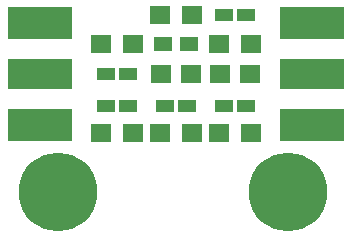
<source format=gts>
G04 #@! TF.FileFunction,Soldermask,Top*
%FSLAX46Y46*%
G04 Gerber Fmt 4.6, Leading zero omitted, Abs format (unit mm)*
G04 Created by KiCad (PCBNEW (after 2015-mar-04 BZR unknown)-product) date 4/20/2017 4:49:57 PM*
%MOMM*%
G01*
G04 APERTURE LIST*
%ADD10C,0.150000*%
%ADD11R,1.804800X1.554800*%
%ADD12R,1.804800X1.604800*%
%ADD13R,5.384800X2.590800*%
%ADD14R,5.384800X2.717800*%
%ADD15C,6.654800*%
%ADD16R,1.504800X1.054800*%
%ADD17R,1.504800X1.204800*%
G04 APERTURE END LIST*
D10*
D11*
X20250000Y-7500000D03*
X17750000Y-7500000D03*
D12*
X7650000Y-5000000D03*
X10350000Y-5000000D03*
X17650000Y-5000000D03*
X20350000Y-5000000D03*
X10350000Y-12500000D03*
X7650000Y-12500000D03*
X15350000Y-12500000D03*
X12650000Y-12500000D03*
X20350000Y-12500000D03*
X17650000Y-12500000D03*
X15350000Y-2500000D03*
X12650000Y-2500000D03*
D11*
X15250000Y-7500000D03*
X12750000Y-7500000D03*
D13*
X2500000Y-7500000D03*
D14*
X2500000Y-3182000D03*
X2500000Y-11818000D03*
D13*
X25500000Y-7500000D03*
D14*
X25500000Y-3182000D03*
X25500000Y-11818000D03*
D15*
X23500000Y-17500000D03*
X4000000Y-17500000D03*
D16*
X8050000Y-10250000D03*
X9950000Y-10250000D03*
X9950000Y-7500000D03*
X8050000Y-7500000D03*
X13050000Y-10250000D03*
X14950000Y-10250000D03*
X18050000Y-10250000D03*
X19950000Y-10250000D03*
X19950000Y-2500000D03*
X18050000Y-2500000D03*
D17*
X12900000Y-5000000D03*
X15100000Y-5000000D03*
M02*

</source>
